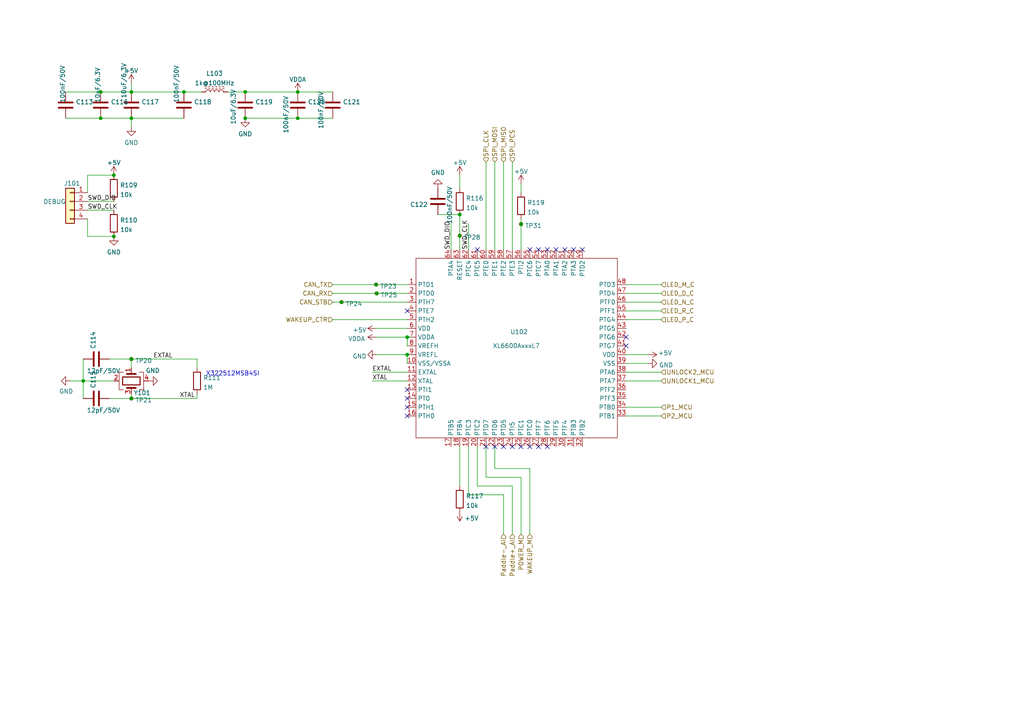
<source format=kicad_sch>
(kicad_sch (version 20211123) (generator eeschema)
  (paper "A4")
  (title_block (title "SX7H SHIFER MIAN SCH") (date "2022-07-18") (rev "V03") (company "宁波正朗汽车零部件有限公司") (comment 1 "批准:") (comment 2 "校准：") (comment 3 "设计：Ethan"))
  (lib_symbols
    (symbol "C_1" (pin_numbers hide) (pin_names (offset 0.254))
      (property "Reference" "C" (at 0.635 2.54 0))
      (property "Value" "C_1" (at 0.635 -2.54 0))
      (symbol "C_1_0_1"
        (polyline (pts (xy -2.032 -0.762) (xy 2.032 -0.762)) (stroke (width 0.508)))
        (polyline (pts (xy -2.032 0.762) (xy 2.032 0.762)) (stroke (width 0.508)))
      )
      (symbol "C_1_1_1"
        (pin passive line (at 0 3.81 270) (length 2.794) (name "~") (number "1"))
        (pin passive line (at 0 -3.81 90) (length 2.794) (name "~") (number "2"))
      )
    )
    (symbol "C_2" (pin_numbers hide) (pin_names (offset 0.254))
      (property "Reference" "C" (at 0.635 2.54 0))
      (property "Value" "C_2" (at 0.635 -2.54 0))
      (symbol "C_2_0_1"
        (polyline (pts (xy -2.032 -0.762) (xy 2.032 -0.762)) (stroke (width 0.508)))
        (polyline (pts (xy -2.032 0.762) (xy 2.032 0.762)) (stroke (width 0.508)))
      )
      (symbol "C_2_1_1"
        (pin passive line (at 0 3.81 270) (length 2.794) (name "~") (number "1"))
        (pin passive line (at 0 -3.81 90) (length 2.794) (name "~") (number "2"))
      )
    )
    (symbol "C_3" (pin_numbers hide) (pin_names (offset 0.254))
      (property "Reference" "C" (at 0.635 2.54 0))
      (property "Value" "C_3" (at 0.635 -2.54 0))
      (symbol "C_3_0_1"
        (polyline (pts (xy -2.032 -0.762) (xy 2.032 -0.762)) (stroke (width 0.508)))
        (polyline (pts (xy -2.032 0.762) (xy 2.032 0.762)) (stroke (width 0.508)))
      )
      (symbol "C_3_1_1"
        (pin passive line (at 0 3.81 270) (length 2.794) (name "~") (number "1"))
        (pin passive line (at 0 -3.81 90) (length 2.794) (name "~") (number "2"))
      )
    )
    (symbol "C_4" (pin_numbers hide) (pin_names (offset 0.254))
      (property "Reference" "C" (at 0.635 2.54 0))
      (property "Value" "C_4" (at 0.635 -2.54 0))
      (symbol "C_4_0_1"
        (polyline (pts (xy -2.032 -0.762) (xy 2.032 -0.762)) (stroke (width 0.508)))
        (polyline (pts (xy -2.032 0.762) (xy 2.032 0.762)) (stroke (width 0.508)))
      )
      (symbol "C_4_1_1"
        (pin passive line (at 0 3.81 270) (length 2.794) (name "~") (number "1"))
        (pin passive line (at 0 -3.81 90) (length 2.794) (name "~") (number "2"))
      )
    )
    (symbol "C_5" (pin_numbers hide) (pin_names (offset 0.254))
      (property "Reference" "C" (at 0.635 2.54 0))
      (property "Value" "C_5" (at 0.635 -2.54 0))
      (symbol "C_5_0_1"
        (polyline (pts (xy -2.032 -0.762) (xy 2.032 -0.762)) (stroke (width 0.508)))
        (polyline (pts (xy -2.032 0.762) (xy 2.032 0.762)) (stroke (width 0.508)))
      )
      (symbol "C_5_1_1"
        (pin passive line (at 0 3.81 270) (length 2.794) (name "~") (number "1"))
        (pin passive line (at 0 -3.81 90) (length 2.794) (name "~") (number "2"))
      )
    )
    (symbol "C_6" (pin_numbers hide) (pin_names (offset 0.254))
      (property "Reference" "C" (at 0.635 2.54 0))
      (property "Value" "C_6" (at 0.635 -2.54 0))
      (symbol "C_6_0_1"
        (polyline (pts (xy -2.032 -0.762) (xy 2.032 -0.762)) (stroke (width 0.508)))
        (polyline (pts (xy -2.032 0.762) (xy 2.032 0.762)) (stroke (width 0.508)))
      )
      (symbol "C_6_1_1"
        (pin passive line (at 0 3.81 270) (length 2.794) (name "~") (number "1"))
        (pin passive line (at 0 -3.81 90) (length 2.794) (name "~") (number "2"))
      )
    )
    (symbol "C_7" (pin_numbers hide) (pin_names (offset 0.254))
      (property "Reference" "C" (at 0.635 2.54 0))
      (property "Value" "C_7" (at 0.635 -2.54 0))
      (symbol "C_7_0_1"
        (polyline (pts (xy -2.032 -0.762) (xy 2.032 -0.762)) (stroke (width 0.508)))
        (polyline (pts (xy -2.032 0.762) (xy 2.032 0.762)) (stroke (width 0.508)))
      )
      (symbol "C_7_1_1"
        (pin passive line (at 0 3.81 270) (length 2.794) (name "~") (number "1"))
        (pin passive line (at 0 -3.81 90) (length 2.794) (name "~") (number "2"))
      )
    )
    (symbol "C_8" (pin_numbers hide) (pin_names (offset 0.254))
      (property "Reference" "C" (at 0.635 2.54 0))
      (property "Value" "C_8" (at 0.635 -2.54 0))
      (symbol "C_8_0_1"
        (polyline (pts (xy -2.032 -0.762) (xy 2.032 -0.762)) (stroke (width 0.508)))
        (polyline (pts (xy -2.032 0.762) (xy 2.032 0.762)) (stroke (width 0.508)))
      )
      (symbol "C_8_1_1"
        (pin passive line (at 0 3.81 270) (length 2.794) (name "~") (number "1"))
        (pin passive line (at 0 -3.81 90) (length 2.794) (name "~") (number "2"))
      )
    )
    (symbol "C_9" (pin_numbers hide) (pin_names (offset 0.254))
      (property "Reference" "C" (at 0.635 2.54 0))
      (property "Value" "C_9" (at 0.635 -2.54 0))
      (symbol "C_9_0_1"
        (polyline (pts (xy -2.032 -0.762) (xy 2.032 -0.762)) (stroke (width 0.508)))
        (polyline (pts (xy -2.032 0.762) (xy 2.032 0.762)) (stroke (width 0.508)))
      )
      (symbol "C_9_1_1"
        (pin passive line (at 0 3.81 270) (length 2.794) (name "~") (number "1"))
        (pin passive line (at 0 -3.81 90) (length 2.794) (name "~") (number "2"))
      )
    )
    (symbol "Connector:TestPoint_Small" (pin_numbers hide) (pin_names (offset 0.762) hide)
      (property "Reference" "TP" (at 0 3.81 0))
      (property "Value" "TestPoint_Small" (at 0 2.032 0))
      (symbol "TestPoint_Small_0_1"
        (circle (center 0 0) (radius 0.508))
      )
      (symbol "TestPoint_Small_1_1"
        (pin passive line (at 0 0 90) (length 0) (name "1") (number "1"))
      )
    )
    (symbol "Connector_Generic:Conn_01x04" (pin_names (offset 1.016) hide)
      (property "Reference" "J" (at 0 5.08 0))
      (property "Value" "Conn_01x04" (at 0 -7.62 0))
      (symbol "Conn_01x04_1_1"
        (rectangle (start -1.27 -4.953) (end 0 -5.207) (stroke (width 0.1524)))
        (rectangle (start -1.27 -2.413) (end 0 -2.667) (stroke (width 0.1524)))
        (rectangle (start -1.27 0.127) (end 0 -0.127) (stroke (width 0.1524)))
        (rectangle (start -1.27 2.667) (end 0 2.413) (stroke (width 0.1524)))
        (rectangle (start -1.27 3.81) (end 1.27 -6.35) (stroke (width 0.254)) (fill (type background)))
        (pin passive line (at -5.08 2.54 0) (length 3.81) (name "Pin_1") (number "1"))
        (pin passive line (at -5.08 0 0) (length 3.81) (name "Pin_2") (number "2"))
        (pin passive line (at -5.08 -2.54 0) (length 3.81) (name "Pin_3") (number "3"))
        (pin passive line (at -5.08 -5.08 0) (length 3.81) (name "Pin_4") (number "4"))
      )
    )
    (symbol "Device:C" (pin_numbers hide) (pin_names (offset 0.254))
      (property "Reference" "C" (at 0.635 2.54 0))
      (property "Value" "C" (at 0.635 -2.54 0))
      (symbol "C_0_1"
        (polyline (pts (xy -2.032 -0.762) (xy 2.032 -0.762)) (stroke (width 0.508)))
        (polyline (pts (xy -2.032 0.762) (xy 2.032 0.762)) (stroke (width 0.508)))
      )
      (symbol "C_1_1"
        (pin passive line (at 0 3.81 270) (length 2.794) (name "~") (number "1"))
        (pin passive line (at 0 -3.81 90) (length 2.794) (name "~") (number "2"))
      )
    )
    (symbol "Device:Crystal_GND24" (pin_names (offset 1.016) hide)
      (property "Reference" "Y" (at 3.175 5.08 0))
      (property "Value" "Crystal_GND24" (at 3.175 3.175 0))
      (symbol "Crystal_GND24_0_1"
        (rectangle (start -1.143 2.54) (end 1.143 -2.54) (stroke (width 0.3048)))
        (polyline (pts (xy -2.54 0) (xy -2.032 0)))
        (polyline (pts (xy -2.032 -1.27) (xy -2.032 1.27)) (stroke (width 0.508)))
        (polyline (pts (xy 0 -3.81) (xy 0 -3.556)))
        (polyline (pts (xy 0 3.556) (xy 0 3.81)))
        (polyline (pts (xy 2.032 -1.27) (xy 2.032 1.27)) (stroke (width 0.508)))
        (polyline (pts (xy 2.032 0) (xy 2.54 0)))
        (polyline (pts (xy -2.54 -2.286) (xy -2.54 -3.556) (xy 2.54 -3.556) (xy 2.54 -2.286)))
        (polyline (pts (xy -2.54 2.286) (xy -2.54 3.556) (xy 2.54 3.556) (xy 2.54 2.286)))
      )
      (symbol "Crystal_GND24_1_1"
        (pin passive line (at -3.81 0 0) (length 1.27) (name "1") (number "1"))
        (pin passive line (at 0 5.08 270) (length 1.27) (name "2") (number "2"))
        (pin passive line (at 3.81 0 180) (length 1.27) (name "3") (number "3"))
        (pin passive line (at 0 -5.08 90) (length 1.27) (name "4") (number "4"))
      )
    )
    (symbol "Device:L_Ferrite" (pin_numbers hide) (pin_names (offset 1.016) hide)
      (property "Reference" "L" (at -1.27 0 90))
      (property "Value" "L_Ferrite" (at 2.794 0 90))
      (symbol "L_Ferrite_0_1"
        (arc (start 0 -2.54) (mid 0.635 -1.905) (end 0 -1.27))
        (arc (start 0 -1.27) (mid 0.635 -0.635) (end 0 0))
        (polyline (pts (xy 1.016 -2.794) (xy 1.016 -2.286)))
        (polyline (pts (xy 1.016 -1.778) (xy 1.016 -1.27)))
        (polyline (pts (xy 1.016 -0.762) (xy 1.016 -0.254)))
        (polyline (pts (xy 1.016 0.254) (xy 1.016 0.762)))
        (polyline (pts (xy 1.016 1.27) (xy 1.016 1.778)))
        (polyline (pts (xy 1.016 2.286) (xy 1.016 2.794)))
        (polyline (pts (xy 1.524 -2.286) (xy 1.524 -2.794)))
        (polyline (pts (xy 1.524 -1.27) (xy 1.524 -1.778)))
        (polyline (pts (xy 1.524 -0.254) (xy 1.524 -0.762)))
        (polyline (pts (xy 1.524 0.762) (xy 1.524 0.254)))
        (polyline (pts (xy 1.524 1.778) (xy 1.524 1.27)))
        (polyline (pts (xy 1.524 2.794) (xy 1.524 2.286)))
        (arc (start 0 0) (mid 0.635 0.635) (end 0 1.27))
        (arc (start 0 1.27) (mid 0.635 1.905) (end 0 2.54))
      )
      (symbol "L_Ferrite_1_1"
        (pin passive line (at 0 3.81 270) (length 1.27) (name "1") (number "1"))
        (pin passive line (at 0 -3.81 90) (length 1.27) (name "2") (number "2"))
      )
    )
    (symbol "Device:R" (pin_numbers hide) (pin_names (offset 0))
      (property "Reference" "R" (at 2.032 0 90))
      (property "Value" "R" (at 0 0 90))
      (symbol "R_0_1"
        (rectangle (start -1.016 -2.54) (end 1.016 2.54) (stroke (width 0.254)))
      )
      (symbol "R_1_1"
        (pin passive line (at 0 3.81 270) (length 1.27) (name "~") (number "1"))
        (pin passive line (at 0 -3.81 90) (length 1.27) (name "~") (number "2"))
      )
    )
    (symbol "GODPP:XL6600AxxxL7"
      (property "Reference" "U" (at 0 3.81 0))
      (property "Value" "XL6600AxxxL7" (at 0 -1.27 0))
      (symbol "XL6600AxxxL7_0_0"
        (pin power_out line (at -31.75 -5.08 0) (length 2.54) (name "VSS/VSSA") (number "10"))
        (pin bidirectional line (at -31.75 -7.62 0) (length 2.54) (name "EXTAL") (number "11"))
        (pin bidirectional line (at -31.75 -10.16 0) (length 2.54) (name "XTAL") (number "12"))
        (pin bidirectional line (at -31.75 -12.7 0) (length 2.54) (name "PTI1") (number "13"))
        (pin bidirectional line (at -31.75 -15.24 0) (length 2.54) (name "PT0") (number "14"))
        (pin bidirectional line (at -31.75 -17.78 0) (length 2.54) (name "PTH1") (number "15"))
        (pin bidirectional line (at -31.75 -20.32 0) (length 2.54) (name "PTH0") (number "16"))
        (pin bidirectional line (at -19.05 -29.21 90) (length 2.54) (name "PTB5") (number "17"))
        (pin bidirectional line (at -16.51 -29.21 90) (length 2.54) (name "PTB4") (number "18"))
        (pin bidirectional line (at -13.97 -29.21 90) (length 2.54) (name "PTC3") (number "19"))
        (pin bidirectional line (at -11.43 -29.21 90) (length 2.54) (name "PTC2") (number "20"))
        (pin bidirectional line (at -8.89 -29.21 90) (length 2.54) (name "PTD7") (number "21"))
        (pin bidirectional line (at -6.35 -29.21 90) (length 2.54) (name "PTD6") (number "22"))
        (pin bidirectional line (at -3.81 -29.21 90) (length 2.54) (name "PTD5") (number "23"))
        (pin bidirectional line (at -1.27 -29.21 90) (length 2.54) (name "PTI5") (number "24"))
        (pin bidirectional line (at 1.27 -29.21 90) (length 2.54) (name "PTC1") (number "25"))
        (pin bidirectional line (at 3.81 -29.21 90) (length 2.54) (name "PTC0") (number "26"))
        (pin bidirectional line (at 6.35 -29.21 90) (length 2.54) (name "PTF7") (number "27"))
        (pin bidirectional line (at 8.89 -29.21 90) (length 2.54) (name "PTF6") (number "28"))
        (pin bidirectional line (at 11.43 -29.21 90) (length 2.54) (name "PTF5") (number "29"))
        (pin bidirectional line (at 13.97 -29.21 90) (length 2.54) (name "PTF4") (number "30"))
        (pin bidirectional line (at 16.51 -29.21 90) (length 2.54) (name "PTB3") (number "31"))
        (pin bidirectional line (at 19.05 -29.21 90) (length 2.54) (name "PTB2") (number "32"))
        (pin bidirectional line (at 31.75 -17.78 180) (length 2.54) (name "PTB0") (number "34"))
        (pin bidirectional line (at 31.75 -15.24 180) (length 2.54) (name "PTF3") (number "35"))
        (pin bidirectional line (at 31.75 -12.7 180) (length 2.54) (name "PTF2") (number "36"))
        (pin bidirectional line (at 31.75 -10.16 180) (length 2.54) (name "PTA7") (number "37"))
        (pin bidirectional line (at 31.75 -7.62 180) (length 2.54) (name "PTA6") (number "38"))
        (pin power_out line (at 31.75 -5.08 180) (length 2.54) (name "VSS") (number "39"))
        (pin power_in line (at 31.75 -2.54 180) (length 2.54) (name "VDD") (number "40"))
        (pin bidirectional line (at 31.75 0 180) (length 2.54) (name "PTG7") (number "41"))
        (pin bidirectional line (at 31.75 2.54 180) (length 2.54) (name "PTG6") (number "42"))
        (pin bidirectional line (at 31.75 5.08 180) (length 2.54) (name "PTG5") (number "43"))
        (pin bidirectional line (at 31.75 7.62 180) (length 2.54) (name "PTG4") (number "44"))
        (pin bidirectional line (at 31.75 10.16 180) (length 2.54) (name "PTF1") (number "45"))
        (pin bidirectional line (at 31.75 12.7 180) (length 2.54) (name "PTF0") (number "46"))
        (pin bidirectional line (at 31.75 15.24 180) (length 2.54) (name "PTD4") (number "47"))
        (pin bidirectional line (at 31.75 17.78 180) (length 2.54) (name "PTD3") (number "48"))
        (pin bidirectional line (at -31.75 7.62 0) (length 2.54) (name "PTH2") (number "5"))
        (pin bidirectional line (at 16.51 27.94 270) (length 2.54) (name "PTA3") (number "50"))
        (pin bidirectional line (at 13.97 27.94 270) (length 2.54) (name "PTA2") (number "51"))
        (pin bidirectional line (at 11.43 27.94 270) (length 2.54) (name "PTA1") (number "52"))
        (pin bidirectional line (at 8.89 27.94 270) (length 2.54) (name "PTA0") (number "53"))
        (pin bidirectional line (at 6.35 27.94 270) (length 2.54) (name "PTC7") (number "54"))
        (pin bidirectional line (at 3.81 27.94 270) (length 2.54) (name "PTC6") (number "55"))
        (pin bidirectional line (at 1.27 27.94 270) (length 2.54) (name "PTI2") (number "56"))
        (pin bidirectional line (at -1.27 27.94 270) (length 2.54) (name "PTE3") (number "57"))
        (pin bidirectional line (at -3.81 27.94 270) (length 2.54) (name "PTE2") (number "58"))
        (pin bidirectional line (at -6.35 27.94 270) (length 2.54) (name "PTE1") (number "59"))
        (pin power_in line (at -31.75 5.08 0) (length 2.54) (name "VDD") (number "6"))
        (pin bidirectional line (at -8.89 27.94 270) (length 2.54) (name "PTE0") (number "60"))
        (pin bidirectional line (at -11.43 27.94 270) (length 2.54) (name "PTC5") (number "61"))
        (pin bidirectional line (at -13.97 27.94 270) (length 2.54) (name "PTC4") (number "62"))
        (pin bidirectional line (at -16.51 27.94 270) (length 2.54) (name "RESET") (number "63"))
        (pin bidirectional line (at -19.05 27.94 270) (length 2.54) (name "PTA4") (number "64"))
        (pin power_in line (at -31.75 2.54 0) (length 2.54) (name "VDDA") (number "7"))
        (pin power_in line (at -31.75 0 0) (length 2.54) (name "VREFH") (number "8"))
        (pin power_out line (at -31.75 -2.54 0) (length 2.54) (name "VREFL") (number "9"))
      )
      (symbol "XL6600AxxxL7_0_1"
        (rectangle (start -29.21 25.4) (end 29.21 -26.67) (stroke (width 0.1524)))
      )
      (symbol "XL6600AxxxL7_1_1"
        (pin bidirectional line (at -31.75 17.78 0) (length 2.54) (name "PTD1") (number "1"))
        (pin bidirectional line (at -31.75 15.24 0) (length 2.54) (name "PTD0") (number "2"))
        (pin bidirectional line (at -31.75 12.7 0) (length 2.54) (name "PTH7") (number "3"))
        (pin bidirectional line (at 31.75 -20.32 180) (length 2.54) (name "PTB1") (number "33"))
        (pin bidirectional line (at -31.75 10.16 0) (length 2.54) (name "PTE7") (number "4"))
        (pin bidirectional line (at 19.05 27.94 270) (length 2.54) (name "PTD2") (number "49"))
      )
    )
    (symbol "power:+5V" (power) (pin_names (offset 0))
      (property "Value" "+5V" (at 0 3.556 0))
      (symbol "+5V_0_1"
        (polyline (pts (xy -0.762 1.27) (xy 0 2.54)))
        (polyline (pts (xy 0 0) (xy 0 2.54)))
        (polyline (pts (xy 0 2.54) (xy 0.762 1.27)))
      )
      (symbol "+5V_1_1"
        (pin power_in line (at 0 0 90) (length 0) hide (name "+5V") (number "1"))
      )
    )
    (symbol "power:GND" (power) (pin_names (offset 0))
      (property "Value" "GND" (at 0 -3.81 0))
      (symbol "GND_0_1"
        (polyline (pts (xy 0 0) (xy 0 -1.27) (xy 1.27 -1.27) (xy 0 -2.54) (xy -1.27 -1.27) (xy 0 -1.27)))
      )
      (symbol "GND_1_1"
        (pin power_in line (at 0 0 270) (length 0) hide (name "GND") (number "1"))
      )
    )
    (symbol "power:VDDA" (power) (pin_names (offset 0))
      (property "Value" "VDDA" (at 0 3.81 0))
      (symbol "VDDA_0_1"
        (polyline (pts (xy -0.762 1.27) (xy 0 2.54)))
        (polyline (pts (xy 0 0) (xy 0 2.54)))
        (polyline (pts (xy 0 2.54) (xy 0.762 1.27)))
      )
      (symbol "VDDA_1_1"
        (pin power_in line (at 0 0 90) (length 0) hide (name "VDDA") (number "1"))
      )
    )
  )
  (junction (at 99.06 87.63))
  (junction (at 24.13 110.49))
  (junction (at 71.12 26.67))
  (junction (at 38.1 26.67))
  (junction (at 133.35 62.23))
  (junction (at 109.0888 82.55))
  (junction (at 29.21 26.67))
  (junction (at 53.34 26.67))
  (junction (at 33.02 68.58))
  (junction (at 71.12 34.29))
  (junction (at 118.11 97.79))
  (junction (at 86.36 34.29))
  (junction (at 29.21 34.29))
  (junction (at 151.13 64.9905))
  (junction (at 38.1 115.57))
  (junction (at 86.36 26.67))
  (junction (at 133.35 68.3594))
  (junction (at 38.1 104.14))
  (junction (at 38.1 34.29))
  (junction (at 118.11 102.87))
  (junction (at 33.02 50.8))
  (junction (at 109.2542 85.09))
  (no_connect (at 138.43 72.39))
  (no_connect (at 158.75 72.39))
  (no_connect (at 118.11 90.17))
  (no_connect (at 118.11 113.03))
  (no_connect (at 118.11 115.57))
  (no_connect (at 118.11 118.11))
  (no_connect (at 118.11 120.65))
  (no_connect (at 140.97 129.54))
  (no_connect (at 143.51 129.54))
  (no_connect (at 146.05 129.54))
  (no_connect (at 148.59 129.54))
  (no_connect (at 151.13 129.54))
  (no_connect (at 153.67 72.39))
  (no_connect (at 153.67 129.54))
  (no_connect (at 156.21 72.39))
  (no_connect (at 156.21 129.54))
  (no_connect (at 158.75 129.54))
  (no_connect (at 163.83 72.39))
  (no_connect (at 166.37 72.39))
  (no_connect (at 168.91 72.39))
  (no_connect (at 181.61 97.79))
  (no_connect (at 181.61 100.33))
  (no_connect (at 161.29 72.39))
  (wire (pts (xy 181.61 102.87) (xy 187.96 102.87)))
  (wire (pts (xy 96.52 92.71) (xy 118.11 92.71)))
  (wire (pts (xy 146.05 46.99) (xy 146.05 72.39)))
  (wire (pts (xy 181.61 110.49) (xy 191.77 110.49)))
  (wire (pts (xy 138.43 129.54) (xy 138.43 140.97)))
  (wire (pts (xy 57.15 115.57) (xy 57.15 114.3)))
  (wire (pts (xy 181.61 118.11) (xy 191.77 118.11)))
  (wire (pts (xy 19.05 34.29) (xy 29.21 34.29)))
  (wire (pts (xy 29.21 34.29) (xy 38.1 34.29)))
  (wire (pts (xy 38.1 115.57) (xy 57.15 115.57)))
  (wire (pts (xy 107.95 110.49) (xy 118.11 110.49)))
  (wire (pts (xy 181.61 87.63) (xy 191.77 87.63)))
  (wire (pts (xy 109.22 97.79) (xy 118.11 97.79)))
  (wire (pts (xy 118.11 97.79) (xy 118.11 100.33)))
  (wire (pts (xy 118.11 97.79) (xy 119.38 97.79)))
  (wire (pts (xy 20.32 110.49) (xy 24.13 110.49)))
  (wire (pts (xy 135.89 64.77) (xy 135.89 72.39)))
  (wire (pts (xy 118.11 102.87) (xy 118.11 105.41)))
  (wire (pts (xy 71.12 34.29) (xy 86.36 34.29)))
  (wire (pts (xy 38.1 34.29) (xy 38.1 36.83)))
  (wire (pts (xy 107.95 107.95) (xy 118.11 107.95)))
  (wire (pts (xy 31.75 104.14) (xy 38.1 104.14)))
  (wire (pts (xy 38.1 104.14) (xy 38.1 106.68)))
  (wire (pts (xy 151.13 63.5) (xy 151.13 64.9905)))
  (wire (pts (xy 151.13 64.9905) (xy 151.13 72.39)))
  (wire (pts (xy 181.61 105.41) (xy 187.96 105.41)))
  (wire (pts (xy 66.04 26.67) (xy 71.12 26.67)))
  (wire (pts (xy 38.1 24.13) (xy 38.1 26.67)))
  (wire (pts (xy 96.52 82.55) (xy 109.0888 82.55)))
  (wire (pts (xy 109.0888 82.55) (xy 118.11 82.55)))
  (wire (pts (xy 96.52 87.63) (xy 99.06 87.63)))
  (wire (pts (xy 140.97 46.99) (xy 140.97 72.39)))
  (wire (pts (xy 109.22 95.25) (xy 118.11 95.25)))
  (wire (pts (xy 99.06 87.63) (xy 118.11 87.63)))
  (wire (pts (xy 71.12 26.67) (xy 86.36 26.67)))
  (wire (pts (xy 181.61 85.09) (xy 191.77 85.09)))
  (wire (pts (xy 133.35 50.8) (xy 133.35 54.61)))
  (wire (pts (xy 181.61 90.17) (xy 191.77 90.17)))
  (wire (pts (xy 143.51 46.99) (xy 143.51 72.39)))
  (wire (pts (xy 148.59 46.99) (xy 148.59 72.39)))
  (wire (pts (xy 138.43 140.97) (xy 148.59 140.97)))
  (wire (pts (xy 181.61 107.95) (xy 191.77 107.95)))
  (wire (pts (xy 19.05 26.67) (xy 29.21 26.67)))
  (wire (pts (xy 29.21 26.67) (xy 38.1 26.67)))
  (wire (pts (xy 181.61 120.65) (xy 191.77 120.65)))
  (wire (pts (xy 133.35 62.23) (xy 133.35 68.3594)))
  (wire (pts (xy 86.36 26.67) (xy 96.52 26.67)))
  (wire (pts (xy 133.35 68.3594) (xy 133.35 72.39)))
  (wire (pts (xy 140.97 129.54) (xy 140.97 138.43)))
  (wire (pts (xy 140.97 138.43) (xy 151.13 138.43)))
  (wire (pts (xy 151.13 138.43) (xy 151.13 154.94)))
  (wire (pts (xy 38.1 26.67) (xy 53.34 26.67)))
  (wire (pts (xy 31.75 115.57) (xy 38.1 115.57)))
  (wire (pts (xy 38.1 115.57) (xy 38.1 114.3)))
  (wire (pts (xy 146.05 154.94) (xy 146.05 143.51)))
  (wire (pts (xy 24.13 110.49) (xy 33.02 110.49)))
  (wire (pts (xy 96.52 85.09) (xy 109.2542 85.09)))
  (wire (pts (xy 109.2542 85.09) (xy 118.11 85.09)))
  (wire (pts (xy 133.35 129.54) (xy 133.35 140.97)))
  (wire (pts (xy 143.51 129.54) (xy 143.51 135.89)))
  (wire (pts (xy 143.51 135.89) (xy 153.67 135.89)))
  (wire (pts (xy 153.67 135.89) (xy 153.67 154.94)))
  (wire (pts (xy 25.4 60.96) (xy 33.02 60.96)))
  (wire (pts (xy 109.22 102.87) (xy 118.11 102.87)))
  (wire (pts (xy 151.13 53.34) (xy 151.13 55.88)))
  (wire (pts (xy 86.36 34.29) (xy 96.52 34.29)))
  (wire (pts (xy 25.4 50.8) (xy 33.02 50.8)))
  (wire (pts (xy 25.4 55.88) (xy 25.4 50.8)))
  (wire (pts (xy 53.34 26.67) (xy 58.42 26.67)))
  (wire (pts (xy 146.05 143.51) (xy 135.89 143.51)))
  (wire (pts (xy 148.59 140.97) (xy 148.59 154.94)))
  (wire (pts (xy 181.61 82.55) (xy 191.77 82.55)))
  (wire (pts (xy 127 62.23) (xy 133.35 62.23)))
  (wire (pts (xy 25.4 58.42) (xy 33.02 58.42)))
  (wire (pts (xy 24.13 104.14) (xy 24.13 110.49)))
  (wire (pts (xy 24.13 110.49) (xy 24.13 115.57)))
  (wire (pts (xy 38.1 34.29) (xy 53.34 34.29)))
  (wire (pts (xy 181.61 92.71) (xy 191.77 92.71)))
  (wire (pts (xy 135.89 129.54) (xy 135.89 143.51)))
  (wire (pts (xy 130.81 64.77) (xy 130.81 72.39)))
  (wire (pts (xy 25.4 63.5) (xy 25.4 68.58)))
  (wire (pts (xy 25.4 68.58) (xy 33.02 68.58)))
  (wire (pts (xy 38.1 104.14) (xy 57.15 104.14)))
  (wire (pts (xy 57.15 104.14) (xy 57.15 106.68)))
  (text "X322512MSB4SI" (at 59.69 109.22 0) (effects (font (size 1.27 1.27)) (justify left bottom)))
  (label "EXTAL" (at 44.45 104.14 0))
  (label "SWD_CLK" (at 25.4 60.96 0))
  (label "EXTAL" (at 107.95 107.95 0))
  (label "SWD_DIO" (at 25.4 58.42 0))
  (label "XTAL" (at 52.07 115.57 0))
  (label "SWD_CLK" (at 135.89 72.39 90))
  (label "SWD_DIO" (at 130.81 72.39 90))
  (label "XTAL" (at 107.95 110.49 0))
  (hierarchical_label "CAN_TX" (shape input) (at 96.52 82.55 180))
  (hierarchical_label "LED_N_C" (shape input) (at 191.77 87.63 0))
  (hierarchical_label "SPI_CLK" (shape input) (at 140.97 46.99 90))
  (hierarchical_label "P2_MCU" (shape input) (at 191.77 120.65 0))
  (hierarchical_label "WAKEUP_CTR" (shape input) (at 96.52 92.71 180))
  (hierarchical_label "CAN_RX" (shape input) (at 96.52 85.09 180))
  (hierarchical_label "CAN_STB" (shape input) (at 96.52 87.63 180))
  (hierarchical_label "UNLOCK1_MCU" (shape input) (at 191.77 110.49 0))
  (hierarchical_label "WAKEUP_M" (shape input) (at 153.67 154.94 270))
  (hierarchical_label "Paddle+_AI" (shape input) (at 148.59 154.94 270))
  (hierarchical_label "LED_P_C" (shape input) (at 191.77 92.71 0))
  (hierarchical_label "P1_MCU" (shape input) (at 191.77 118.11 0))
  (hierarchical_label "LED_D_C" (shape input) (at 191.77 85.09 0))
  (hierarchical_label "LED_R_C" (shape input) (at 191.77 90.17 0))
  (hierarchical_label "LED_M_C" (shape input) (at 191.77 82.55 0))
  (hierarchical_label "SPI_MOSI" (shape input) (at 143.51 46.99 90))
  (hierarchical_label "SPI_MISO" (shape input) (at 146.05 46.99 90))
  (hierarchical_label "Paddle-_AI" (shape input) (at 146.05 154.94 270))
  (hierarchical_label "POWER_M" (shape input) (at 151.13 154.94 270))
  (hierarchical_label "UNLOCK2_MCU" (shape input) (at 191.77 107.95 0))
  (hierarchical_label "SPI_PCS" (shape input) (at 148.59 46.99 90))
  (symbol (lib_name "C_8") (lib_id "Device:C") (at 127 58.42 180) (unit 1)
    (property "Reference" "C122" (at 124.079 59.3285 0) (effects (justify left)))
    (property "Value" "100nF/50V" (at 130.429 54.0134 90) (effects (justify left)))
    (property "Footprint" "Capacitor_SMD:C_0603_1608Metric" (effects hide))
    (property "Manufacturer Product Number" " AC0603KRX7R9BB104" (effects hide))
    (property "Manufacturer" "YAGEO" (effects hide))
    (property "Description" "CAP CER 100nF 50V X7R 0603" (effects hide))
    (property "Descriptions" "CAP CER 100nF 50V X7R 0603" (effects hide))
  )
  (symbol (lib_id "power:VDDA") (at 86.36 26.67 0) (unit 1)
    (property "Reference" "#PWR0121" (effects hide))
    (property "Value" "VDDA" (at 86.36 23.0655 0))
  )
  (symbol (lib_name "C_5") (lib_id "Device:C") (at 71.12 30.48 0) (unit 1)
    (property "Reference" "C119" (at 74.041 29.5715 0) (effects (justify left)))
    (property "Value" "10uF/6.3V" (at 67.691 36.1566 90) (effects (justify left)))
    (property "Footprint" "Capacitor_SMD:C_0805_2012Metric" (effects hide))
    (property "Manufacturer Product Number" "CC0805KKX7R5BB106" (effects hide))
    (property "Manufacturer" "YAGEO" (effects hide))
    (property "Description" "CAP CER 10UF 6.3V X7R 0805" (effects hide))
    (property "Descriptions" "CAP CER 10UF 6.3V X7R 0805" (effects hide))
  )
  (symbol (lib_id "power:GND") (at 187.96 105.41 90) (unit 1)
    (property "Reference" "#PWR0130" (effects hide))
    (property "Value" "GND" (at 191.135 105.889 90) (effects (justify right)))
  )
  (symbol (lib_id "power:+5V") (at 187.96 102.87 270) (unit 1)
    (property "Reference" "#PWR0129" (effects hide))
    (property "Value" "+5V" (at 194.9449 102.391 90) (effects (justify right)))
  )
  (symbol (lib_id "power:GND") (at 43.18 110.49 90) (unit 1)
    (property "Reference" "#PWR0156" (effects hide))
    (property "Value" "GND" (at 46.3549 107.471 90) (effects (justify left)))
  )
  (symbol (lib_id "power:GND") (at 109.22 102.87 270) (unit 1)
    (property "Reference" "#PWR0124" (effects hide))
    (property "Value" "GND" (at 102.2351 103.349 90) (effects (justify left)))
  )
  (symbol (lib_id "power:GND") (at 127 54.61 180) (unit 1)
    (property "Reference" "#PWR0125" (effects hide))
    (property "Value" "GND" (at 127 50.0476 0))
  )
  (symbol (lib_id "power:GND") (at 38.1 36.83 0) (unit 1)
    (property "Reference" "#PWR0119" (effects hide))
    (property "Value" "GND" (at 38.1 41.3924 0))
  )
  (symbol (lib_id "power:GND") (at 33.02 68.58 0) (unit 1)
    (property "Reference" "#PWR0117" (effects hide))
    (property "Value" "GND" (at 33.02 73.1424 0))
  )
  (symbol (lib_id "power:+5V") (at 133.35 50.8 0) (unit 1)
    (property "Reference" "#PWR0126" (effects hide))
    (property "Value" "+5V" (at 133.35 47.1955 0))
  )
  (symbol (lib_id "Connector:TestPoint_Small") (at 151.13 64.9905 180) (unit 1)
    (property "Reference" "TP31" (at 152.273 65.4695 0) (effects (justify right)))
    (property "Value" "TestPoint_Small" (effects hide))
    (property "Footprint" "TestPoint:TestPoint_Pad_D1.0mm" (effects hide))
  )
  (symbol (lib_id "power:GND") (at 71.12 34.29 0) (unit 1)
    (property "Reference" "#PWR0120" (effects hide))
    (property "Value" "GND" (at 71.12 38.8524 0))
  )
  (symbol (lib_id "Device:R") (at 133.35 58.42 0) (unit 1)
    (property "Reference" "R116" (at 135.128 57.5115 0) (effects (justify left)))
    (property "Value" "10k" (at 135.128 60.2866 0) (effects (justify left)))
    (property "Footprint" "Resistor_SMD:R_0603_1608Metric" (effects hide))
    (property "Manufacturer" "RESI(开步睿思)" (effects hide))
    (property "Description" "RES 10k 1% 1/10W 0603" (effects hide))
    (property "Manufacturer Product Number" "AECR0603F10K0K9" (effects hide))
    (property "Descriptions" "RES 10k 1% 1/10W 0603" (effects hide))
  )
  (symbol (lib_id "Connector:TestPoint_Small") (at 109.0888 82.55 180) (unit 1)
    (property "Reference" "TP23" (at 110.2318 83.029 0) (effects (justify right)))
    (property "Value" "TestPoint_Small" (effects hide))
    (property "Footprint" "TestPoint:TestPoint_Pad_D1.0mm" (effects hide))
  )
  (symbol (lib_id "Device:R") (at 133.35 144.78 0) (unit 1)
    (property "Reference" "R117" (at 135.128 143.8715 0) (effects (justify left)))
    (property "Value" "10k" (at 135.128 146.6466 0) (effects (justify left)))
    (property "Footprint" "Resistor_SMD:R_0603_1608Metric" (effects hide))
    (property "Manufacturer" "RESI(开步睿思)" (effects hide))
    (property "Description" "RES 10k 1% 1/10W 0603" (effects hide))
    (property "Manufacturer Product Number" "AECR0603F10K0K9" (effects hide))
    (property "Descriptions" "RES 10k 1% 1/10W 0603" (effects hide))
  )
  (symbol (lib_name "C_6") (lib_id "Device:C") (at 86.36 30.48 0) (unit 1)
    (property "Reference" "C120" (at 89.281 29.5715 0) (effects (justify left)))
    (property "Value" "100nF/50V" (at 82.931 38.6966 90) (effects (justify left)))
    (property "Footprint" "Capacitor_SMD:C_0603_1608Metric" (effects hide))
    (property "Manufacturer Product Number" " AC0603KRX7R9BB104" (effects hide))
    (property "Manufacturer" "YAGEO" (effects hide))
    (property "Description" "CAP CER 100nF 50V X7R 0603" (effects hide))
    (property "Descriptions" "CAP CER 100nF 50V X7R 0603" (effects hide))
  )
  (symbol (lib_name "C_3") (lib_id "Device:C") (at 53.34 30.48 0) (unit 1)
    (property "Reference" "C118" (at 56.261 29.5715 0) (effects (justify left)))
    (property "Value" "100nF/50V" (at 51.181 29.8066 90) (effects (justify left)))
    (property "Footprint" "Capacitor_SMD:C_0603_1608Metric" (effects hide))
    (property "Manufacturer Product Number" " AC0603KRX7R9BB104" (effects hide))
    (property "Manufacturer" "YAGEO" (effects hide))
    (property "Description" "CAP CER 100nF 50V X7R 0603" (effects hide))
    (property "Descriptions" "CAP CER 100nF 50V X7R 0603" (effects hide))
  )
  (symbol (lib_id "power:GND") (at 20.32 110.49 270) (unit 1)
    (property "Reference" "#PWR0115" (effects hide))
    (property "Value" "GND" (at 17.1451 113.509 90) (effects (justify left)))
  )
  (symbol (lib_id "Connector:TestPoint_Small") (at 38.1 115.57 180) (unit 1)
    (property "Reference" "TP21" (at 39.243 116.049 0) (effects (justify right)))
    (property "Value" "TestPoint_Small" (effects hide))
    (property "Footprint" "TestPoint:TestPoint_Pad_D1.0mm" (effects hide))
  )
  (symbol (lib_id "Connector_Generic:Conn_01x04") (at 20.32 58.42 0) (mirror y) (unit 1)
    (property "Reference" "J101" (at 20.8915 53.1835 0))
    (property "Value" "DEBUG" (at 15.8115 58.4986 0))
    (property "Footprint" "Connector_PinHeader_2.54mm:PinHeader_1x04_P2.54mm_Vertical" (effects hide))
  )
  (symbol (lib_name "C_9") (lib_id "Device:C") (at 27.94 104.14 90) (unit 1)
    (property "Reference" "C114" (at 27.0315 101.219 0) (effects (justify left)))
    (property "Value" "12pF/50V" (at 34.8866 107.569 90) (effects (justify left)))
    (property "Footprint" "Capacitor_SMD:C_0603_1608Metric" (effects hide))
    (property "Manufacturer Product Number" "AC0603JRNPO9BN120" (effects hide))
    (property "Manufacturer" "YAGEO" (effects hide))
    (property "Description" "CAP CER 12PF 50V N0P 0603" (effects hide))
    (property "Descriptions" "CAP CER 12PF 50V N0P 0603" (effects hide))
  )
  (symbol (lib_id "Device:R") (at 151.13 59.69 0) (unit 1)
    (property "Reference" "R119" (at 152.908 58.7815 0) (effects (justify left)))
    (property "Value" "10k" (at 152.908 61.5566 0) (effects (justify left)))
    (property "Footprint" "Resistor_SMD:R_0603_1608Metric" (effects hide))
    (property "Manufacturer" "RESI(开步睿思)" (effects hide))
    (property "Description" "RES 10k 1% 1/10W 0603" (effects hide))
    (property "Manufacturer Product Number" "AECR0603F10K0K9" (effects hide))
    (property "Descriptions" "RES 10k 1% 1/10W 0603" (effects hide))
  )
  (symbol (lib_id "Connector:TestPoint_Small") (at 109.2542 85.09 180) (unit 1)
    (property "Reference" "TP25" (at 110.3972 85.569 0) (effects (justify right)))
    (property "Value" "TestPoint_Small" (effects hide))
    (property "Footprint" "TestPoint:TestPoint_Pad_D1.0mm" (effects hide))
  )
  (symbol (lib_id "power:+5V") (at 38.1 24.13 0) (unit 1)
    (property "Reference" "#PWR0118" (effects hide))
    (property "Value" "+5V" (at 38.1 20.5255 0))
  )
  (symbol (lib_id "power:+5V") (at 133.35 148.59 180) (unit 1)
    (property "Reference" "#PWR0127" (effects hide))
    (property "Value" "+5V" (at 134.747 150.3389 0) (effects (justify right)))
  )
  (symbol (lib_name "C_4") (lib_id "Device:C") (at 38.1 30.48 0) (unit 1)
    (property "Reference" "C117" (at 41.021 29.5715 0) (effects (justify left)))
    (property "Value" "10uF/6.3V" (at 35.941 28.5366 90) (effects (justify left)))
    (property "Footprint" "Capacitor_SMD:C_0805_2012Metric" (effects hide))
    (property "Manufacturer Product Number" "CC0805KKX7R5BB106" (effects hide))
    (property "Manufacturer" "YAGEO" (effects hide))
    (property "Description" "CAP CER 10UF 6.3V X7R 0805" (effects hide))
    (property "Descriptions" "CAP CER 10UF 6.3V X7R 0805" (effects hide))
  )
  (symbol (lib_name "C_1") (lib_id "Device:C") (at 19.05 30.48 0) (unit 1)
    (property "Reference" "C113" (at 21.971 29.5715 0) (effects (justify left)))
    (property "Value" "100nF/50V" (at 18.161 29.8066 90) (effects (justify left)))
    (property "Footprint" "Capacitor_SMD:C_0603_1608Metric" (effects hide))
    (property "Manufacturer Product Number" " AC0603KRX7R9BB104" (effects hide))
    (property "Manufacturer" "YAGEO" (effects hide))
    (property "Description" "CAP CER 100nF 50V X7R 0603" (effects hide))
    (property "Descriptions" "CAP CER 100nF 50V X7R 0603" (effects hide))
  )
  (symbol (lib_id "Device:L_Ferrite") (at 62.23 26.67 90) (unit 1)
    (property "Reference" "L103" (at 62.23 21.3064 90))
    (property "Value" "1k@100MHz" (at 62.23 24.0815 90))
    (property "Footprint" "Resistor_SMD:R_0603_1608Metric" (effects hide))
    (property "Description" "FERRITEBEAD SMD AUTOMOTIVE POWER" (effects hide))
    (property "Manufacturer" "Murata Electronics" (effects hide))
    (property "Manufacturer Product Number" "BLM18RK102SN1D" (effects hide))
    (property "Descriptions" "FERRITEBEAD SMD AUTOMOTIVE POWER" (effects hide))
  )
  (symbol (lib_id "Device:Crystal_GND24") (at 38.1 110.49 90) (mirror x) (unit 1)
    (property "Reference" "Y101" (at 38.7351 113.9385 90) (effects (justify right)))
    (property "Value" "YSX321SC16MHZ" (effects hide))
    (property "Footprint" "Crystal:Crystal_SMD_3225-4Pin_3.2x2.5mm" (effects hide))
    (property "Description" "Crystal 16MHz SMD 3225" (effects hide))
    (property "Manufacturer" "YXC扬兴科技" (effects hide))
    (property "Manufacturer Product Number" "YSX321SC16MHZ" (effects hide))
    (property "Descriptions" "Crystal 16MHz SMD 3225" (effects hide))
  )
  (symbol (lib_id "power:+5V") (at 33.02 50.8 0) (unit 1)
    (property "Reference" "#PWR0116" (effects hide))
    (property "Value" "+5V" (at 33.02 47.1955 0))
  )
  (symbol (lib_id "Device:R") (at 33.02 54.61 0) (unit 1)
    (property "Reference" "R109" (at 34.798 53.7015 0) (effects (justify left)))
    (property "Value" "10k" (at 34.798 56.4766 0) (effects (justify left)))
    (property "Footprint" "Resistor_SMD:R_0603_1608Metric" (effects hide))
    (property "Manufacturer" "RESI(开步睿思)" (effects hide))
    (property "Description" "RES 10k 1% 1/10W 0603" (effects hide))
    (property "Manufacturer Product Number" "AECR0603F10K0K9" (effects hide))
    (property "Descriptions" "RES 10k 1% 1/10W 0603" (effects hide))
  )
  (symbol (lib_name "C_2") (lib_id "Device:C") (at 29.21 30.48 0) (unit 1)
    (property "Reference" "C116" (at 32.131 29.5715 0) (effects (justify left)))
    (property "Value" "10uF/6.3V" (at 28.321 29.8066 90) (effects (justify left)))
    (property "Footprint" "Capacitor_SMD:C_0805_2012Metric" (effects hide))
    (property "Manufacturer Product Number" "CC0805KKX7R5BB106" (effects hide))
    (property "Manufacturer" "YAGEO" (effects hide))
    (property "Description" "CAP CER 10UF 6.3V X7R 0805" (effects hide))
    (property "Descriptions" "CAP CER 10UF 6.3V X7R 0805" (effects hide))
  )
  (symbol (lib_id "Connector:TestPoint_Small") (at 38.1 104.14 180) (unit 1)
    (property "Reference" "TP20" (at 39.243 104.619 0) (effects (justify right)))
    (property "Value" "TestPoint_Small" (effects hide))
    (property "Footprint" "TestPoint:TestPoint_Pad_D1.0mm" (effects hide))
  )
  (symbol (lib_id "GODPP:XL6600AxxxL7") (at 149.86 100.33 0) (unit 1)
    (property "Reference" "U102" (at 147.9551 96.2465 0) (effects (justify left)))
    (property "Value" "XL6600AxxxL7" (at 142.8751 100.2916 0) (effects (justify left)))
    (property "Footprint" "Package_QFP:LQFP-64_10x10mm_P0.5mm" (effects hide))
    (property "Description" "IC Cotex-M3 256k Flash 24k RAM 8k EEPEOM LQFP64" (effects hide))
    (property "Manufacturer" "Chipways" (effects hide))
    (property "Manufacturer Product Number" "XL6600A522L7" (effects hide))
    (property "Descriptions" "IC Cotex-M3 256k Flash 24k RAM 8k EEPEOM LQFP64" (effects hide))
  )
  (symbol (lib_id "Device:R") (at 33.02 64.77 0) (unit 1)
    (property "Reference" "R110" (at 34.798 63.8615 0) (effects (justify left)))
    (property "Value" "10k" (at 34.798 66.6366 0) (effects (justify left)))
    (property "Footprint" "Resistor_SMD:R_0603_1608Metric" (effects hide))
    (property "Manufacturer" "RESI(开步睿思)" (effects hide))
    (property "Description" "RES 10k 1% 1/10W 0603" (effects hide))
    (property "Manufacturer Product Number" "AECR0603F10K0K9" (effects hide))
    (property "Descriptions" "RES 10k 1% 1/10W 0603" (effects hide))
  )
  (symbol (lib_name "C_7") (lib_id "Device:C") (at 96.52 30.48 0) (unit 1)
    (property "Reference" "C121" (at 99.441 29.5715 0) (effects (justify left)))
    (property "Value" "100nF/50V" (at 93.091 37.4266 90) (effects (justify left)))
    (property "Footprint" "Capacitor_SMD:C_0603_1608Metric" (effects hide))
    (property "Manufacturer Product Number" " AC0603KRX7R9BB104" (effects hide))
    (property "Manufacturer" "YAGEO" (effects hide))
    (property "Description" "CAP CER 100nF 50V X7R 0603" (effects hide))
    (property "Descriptions" "CAP CER 100nF 50V X7R 0603" (effects hide))
  )
  (symbol (lib_id "power:+5V") (at 151.13 53.34 0) (unit 1)
    (property "Reference" "#PWR0128" (effects hide))
    (property "Value" "+5V" (at 151.13 49.7355 0))
  )
  (symbol (lib_id "Device:C") (at 27.94 115.57 90) (unit 1)
    (property "Reference" "C115" (at 27.0315 112.649 0) (effects (justify left)))
    (property "Value" "12pF/50V" (at 34.8866 118.999 90) (effects (justify left)))
    (property "Footprint" "Capacitor_SMD:C_0603_1608Metric" (effects hide))
    (property "Manufacturer Product Number" " AC0603JRNPO9BN200" (effects hide))
    (property "Manufacturer" "YAGEO" (effects hide))
    (property "Description" "CAP CER 20PF 50V N0P 0603" (effects hide))
    (property "Descriptions" "CAP CER 12PF 50V N0P 0603" (effects hide))
  )
  (symbol (lib_id "Connector:TestPoint_Small") (at 99.06 87.63 180) (unit 1)
    (property "Reference" "TP24" (at 100.203 88.109 0) (effects (justify right)))
    (property "Value" "TestPoint_Small" (effects hide))
    (property "Footprint" "TestPoint:TestPoint_Pad_D1.0mm" (effects hide))
  )
  (symbol (lib_id "power:+5V") (at 109.22 95.25 90) (unit 1)
    (property "Reference" "#PWR0122" (effects hide))
    (property "Value" "+5V" (at 102.2351 95.729 90) (effects (justify right)))
  )
  (symbol (lib_id "Connector:TestPoint_Small") (at 133.35 68.3594 180) (unit 1)
    (property "Reference" "TP28" (at 134.493 68.8384 0) (effects (justify right)))
    (property "Value" "TestPoint_Small" (effects hide))
    (property "Footprint" "TestPoint:TestPoint_Pad_D1.0mm" (effects hide))
  )
  (symbol (lib_id "Device:R") (at 57.15 110.49 0) (unit 1)
    (property "Reference" "R111" (at 58.928 109.5815 0) (effects (justify left)))
    (property "Value" "1M" (at 58.928 112.3566 0) (effects (justify left)))
    (property "Footprint" "Resistor_SMD:R_0603_1608Metric" (effects hide))
    (property "Manufacturer" "RESI(开步睿思)" (effects hide))
    (property "Description" "RES 1M 1% 1/10W 0603" (effects hide))
    (property "Manufacturer Product Number" "AECR0603F1M00K9" (effects hide))
    (property "Descriptions" "RES 1M 1% 1/10W 0603" (effects hide))
  )
  (symbol (lib_id "power:VDDA") (at 109.22 97.79 90) (unit 1)
    (property "Reference" "#PWR0123" (effects hide))
    (property "Value" "VDDA" (at 100.9651 98.269 90) (effects (justify right)))
  )
)
</source>
